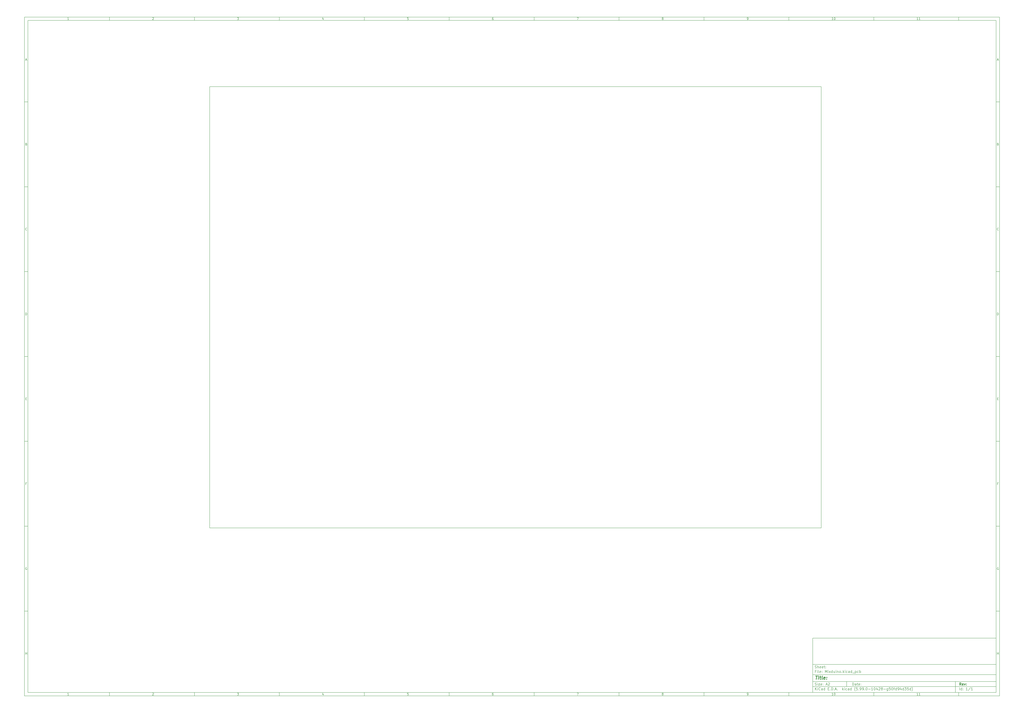
<source format=gbr>
%TF.GenerationSoftware,KiCad,Pcbnew,(5.99.0-10428-g50fd94d35d)*%
%TF.CreationDate,2021-04-27T03:38:53+02:00*%
%TF.ProjectId,Mixduino,4d697864-7569-46e6-9f2e-6b696361645f,rev?*%
%TF.SameCoordinates,Original*%
%TF.FileFunction,Profile,NP*%
%FSLAX46Y46*%
G04 Gerber Fmt 4.6, Leading zero omitted, Abs format (unit mm)*
G04 Created by KiCad (PCBNEW (5.99.0-10428-g50fd94d35d)) date 2021-04-27 03:38:53*
%MOMM*%
%LPD*%
G01*
G04 APERTURE LIST*
%ADD10C,0.100000*%
%ADD11C,0.150000*%
%ADD12C,0.300000*%
%ADD13C,0.400000*%
%TA.AperFunction,Profile*%
%ADD14C,0.150000*%
%TD*%
G04 APERTURE END LIST*
D10*
D11*
X474004400Y-375989000D02*
X474004400Y-407989000D01*
X582004400Y-407989000D01*
X582004400Y-375989000D01*
X474004400Y-375989000D01*
D10*
D11*
X10000000Y-10000000D02*
X10000000Y-409989000D01*
X584004400Y-409989000D01*
X584004400Y-10000000D01*
X10000000Y-10000000D01*
D10*
D11*
X12000000Y-12000000D02*
X12000000Y-407989000D01*
X582004400Y-407989000D01*
X582004400Y-12000000D01*
X12000000Y-12000000D01*
D10*
D11*
X60000000Y-12000000D02*
X60000000Y-10000000D01*
D10*
D11*
X110000000Y-12000000D02*
X110000000Y-10000000D01*
D10*
D11*
X160000000Y-12000000D02*
X160000000Y-10000000D01*
D10*
D11*
X210000000Y-12000000D02*
X210000000Y-10000000D01*
D10*
D11*
X260000000Y-12000000D02*
X260000000Y-10000000D01*
D10*
D11*
X310000000Y-12000000D02*
X310000000Y-10000000D01*
D10*
D11*
X360000000Y-12000000D02*
X360000000Y-10000000D01*
D10*
D11*
X410000000Y-12000000D02*
X410000000Y-10000000D01*
D10*
D11*
X460000000Y-12000000D02*
X460000000Y-10000000D01*
D10*
D11*
X510000000Y-12000000D02*
X510000000Y-10000000D01*
D10*
D11*
X560000000Y-12000000D02*
X560000000Y-10000000D01*
D10*
D11*
X36065476Y-11588095D02*
X35322619Y-11588095D01*
X35694047Y-11588095D02*
X35694047Y-10288095D01*
X35570238Y-10473809D01*
X35446428Y-10597619D01*
X35322619Y-10659523D01*
D10*
D11*
X85322619Y-10411904D02*
X85384523Y-10350000D01*
X85508333Y-10288095D01*
X85817857Y-10288095D01*
X85941666Y-10350000D01*
X86003571Y-10411904D01*
X86065476Y-10535714D01*
X86065476Y-10659523D01*
X86003571Y-10845238D01*
X85260714Y-11588095D01*
X86065476Y-11588095D01*
D10*
D11*
X135260714Y-10288095D02*
X136065476Y-10288095D01*
X135632142Y-10783333D01*
X135817857Y-10783333D01*
X135941666Y-10845238D01*
X136003571Y-10907142D01*
X136065476Y-11030952D01*
X136065476Y-11340476D01*
X136003571Y-11464285D01*
X135941666Y-11526190D01*
X135817857Y-11588095D01*
X135446428Y-11588095D01*
X135322619Y-11526190D01*
X135260714Y-11464285D01*
D10*
D11*
X185941666Y-10721428D02*
X185941666Y-11588095D01*
X185632142Y-10226190D02*
X185322619Y-11154761D01*
X186127380Y-11154761D01*
D10*
D11*
X236003571Y-10288095D02*
X235384523Y-10288095D01*
X235322619Y-10907142D01*
X235384523Y-10845238D01*
X235508333Y-10783333D01*
X235817857Y-10783333D01*
X235941666Y-10845238D01*
X236003571Y-10907142D01*
X236065476Y-11030952D01*
X236065476Y-11340476D01*
X236003571Y-11464285D01*
X235941666Y-11526190D01*
X235817857Y-11588095D01*
X235508333Y-11588095D01*
X235384523Y-11526190D01*
X235322619Y-11464285D01*
D10*
D11*
X285941666Y-10288095D02*
X285694047Y-10288095D01*
X285570238Y-10350000D01*
X285508333Y-10411904D01*
X285384523Y-10597619D01*
X285322619Y-10845238D01*
X285322619Y-11340476D01*
X285384523Y-11464285D01*
X285446428Y-11526190D01*
X285570238Y-11588095D01*
X285817857Y-11588095D01*
X285941666Y-11526190D01*
X286003571Y-11464285D01*
X286065476Y-11340476D01*
X286065476Y-11030952D01*
X286003571Y-10907142D01*
X285941666Y-10845238D01*
X285817857Y-10783333D01*
X285570238Y-10783333D01*
X285446428Y-10845238D01*
X285384523Y-10907142D01*
X285322619Y-11030952D01*
D10*
D11*
X335260714Y-10288095D02*
X336127380Y-10288095D01*
X335570238Y-11588095D01*
D10*
D11*
X385570238Y-10845238D02*
X385446428Y-10783333D01*
X385384523Y-10721428D01*
X385322619Y-10597619D01*
X385322619Y-10535714D01*
X385384523Y-10411904D01*
X385446428Y-10350000D01*
X385570238Y-10288095D01*
X385817857Y-10288095D01*
X385941666Y-10350000D01*
X386003571Y-10411904D01*
X386065476Y-10535714D01*
X386065476Y-10597619D01*
X386003571Y-10721428D01*
X385941666Y-10783333D01*
X385817857Y-10845238D01*
X385570238Y-10845238D01*
X385446428Y-10907142D01*
X385384523Y-10969047D01*
X385322619Y-11092857D01*
X385322619Y-11340476D01*
X385384523Y-11464285D01*
X385446428Y-11526190D01*
X385570238Y-11588095D01*
X385817857Y-11588095D01*
X385941666Y-11526190D01*
X386003571Y-11464285D01*
X386065476Y-11340476D01*
X386065476Y-11092857D01*
X386003571Y-10969047D01*
X385941666Y-10907142D01*
X385817857Y-10845238D01*
D10*
D11*
X435446428Y-11588095D02*
X435694047Y-11588095D01*
X435817857Y-11526190D01*
X435879761Y-11464285D01*
X436003571Y-11278571D01*
X436065476Y-11030952D01*
X436065476Y-10535714D01*
X436003571Y-10411904D01*
X435941666Y-10350000D01*
X435817857Y-10288095D01*
X435570238Y-10288095D01*
X435446428Y-10350000D01*
X435384523Y-10411904D01*
X435322619Y-10535714D01*
X435322619Y-10845238D01*
X435384523Y-10969047D01*
X435446428Y-11030952D01*
X435570238Y-11092857D01*
X435817857Y-11092857D01*
X435941666Y-11030952D01*
X436003571Y-10969047D01*
X436065476Y-10845238D01*
D10*
D11*
X486065476Y-11588095D02*
X485322619Y-11588095D01*
X485694047Y-11588095D02*
X485694047Y-10288095D01*
X485570238Y-10473809D01*
X485446428Y-10597619D01*
X485322619Y-10659523D01*
X486870238Y-10288095D02*
X486994047Y-10288095D01*
X487117857Y-10350000D01*
X487179761Y-10411904D01*
X487241666Y-10535714D01*
X487303571Y-10783333D01*
X487303571Y-11092857D01*
X487241666Y-11340476D01*
X487179761Y-11464285D01*
X487117857Y-11526190D01*
X486994047Y-11588095D01*
X486870238Y-11588095D01*
X486746428Y-11526190D01*
X486684523Y-11464285D01*
X486622619Y-11340476D01*
X486560714Y-11092857D01*
X486560714Y-10783333D01*
X486622619Y-10535714D01*
X486684523Y-10411904D01*
X486746428Y-10350000D01*
X486870238Y-10288095D01*
D10*
D11*
X536065476Y-11588095D02*
X535322619Y-11588095D01*
X535694047Y-11588095D02*
X535694047Y-10288095D01*
X535570238Y-10473809D01*
X535446428Y-10597619D01*
X535322619Y-10659523D01*
X537303571Y-11588095D02*
X536560714Y-11588095D01*
X536932142Y-11588095D02*
X536932142Y-10288095D01*
X536808333Y-10473809D01*
X536684523Y-10597619D01*
X536560714Y-10659523D01*
D10*
D11*
X60000000Y-407989000D02*
X60000000Y-409989000D01*
D10*
D11*
X110000000Y-407989000D02*
X110000000Y-409989000D01*
D10*
D11*
X160000000Y-407989000D02*
X160000000Y-409989000D01*
D10*
D11*
X210000000Y-407989000D02*
X210000000Y-409989000D01*
D10*
D11*
X260000000Y-407989000D02*
X260000000Y-409989000D01*
D10*
D11*
X310000000Y-407989000D02*
X310000000Y-409989000D01*
D10*
D11*
X360000000Y-407989000D02*
X360000000Y-409989000D01*
D10*
D11*
X410000000Y-407989000D02*
X410000000Y-409989000D01*
D10*
D11*
X460000000Y-407989000D02*
X460000000Y-409989000D01*
D10*
D11*
X510000000Y-407989000D02*
X510000000Y-409989000D01*
D10*
D11*
X560000000Y-407989000D02*
X560000000Y-409989000D01*
D10*
D11*
X36065476Y-409577095D02*
X35322619Y-409577095D01*
X35694047Y-409577095D02*
X35694047Y-408277095D01*
X35570238Y-408462809D01*
X35446428Y-408586619D01*
X35322619Y-408648523D01*
D10*
D11*
X85322619Y-408400904D02*
X85384523Y-408339000D01*
X85508333Y-408277095D01*
X85817857Y-408277095D01*
X85941666Y-408339000D01*
X86003571Y-408400904D01*
X86065476Y-408524714D01*
X86065476Y-408648523D01*
X86003571Y-408834238D01*
X85260714Y-409577095D01*
X86065476Y-409577095D01*
D10*
D11*
X135260714Y-408277095D02*
X136065476Y-408277095D01*
X135632142Y-408772333D01*
X135817857Y-408772333D01*
X135941666Y-408834238D01*
X136003571Y-408896142D01*
X136065476Y-409019952D01*
X136065476Y-409329476D01*
X136003571Y-409453285D01*
X135941666Y-409515190D01*
X135817857Y-409577095D01*
X135446428Y-409577095D01*
X135322619Y-409515190D01*
X135260714Y-409453285D01*
D10*
D11*
X185941666Y-408710428D02*
X185941666Y-409577095D01*
X185632142Y-408215190D02*
X185322619Y-409143761D01*
X186127380Y-409143761D01*
D10*
D11*
X236003571Y-408277095D02*
X235384523Y-408277095D01*
X235322619Y-408896142D01*
X235384523Y-408834238D01*
X235508333Y-408772333D01*
X235817857Y-408772333D01*
X235941666Y-408834238D01*
X236003571Y-408896142D01*
X236065476Y-409019952D01*
X236065476Y-409329476D01*
X236003571Y-409453285D01*
X235941666Y-409515190D01*
X235817857Y-409577095D01*
X235508333Y-409577095D01*
X235384523Y-409515190D01*
X235322619Y-409453285D01*
D10*
D11*
X285941666Y-408277095D02*
X285694047Y-408277095D01*
X285570238Y-408339000D01*
X285508333Y-408400904D01*
X285384523Y-408586619D01*
X285322619Y-408834238D01*
X285322619Y-409329476D01*
X285384523Y-409453285D01*
X285446428Y-409515190D01*
X285570238Y-409577095D01*
X285817857Y-409577095D01*
X285941666Y-409515190D01*
X286003571Y-409453285D01*
X286065476Y-409329476D01*
X286065476Y-409019952D01*
X286003571Y-408896142D01*
X285941666Y-408834238D01*
X285817857Y-408772333D01*
X285570238Y-408772333D01*
X285446428Y-408834238D01*
X285384523Y-408896142D01*
X285322619Y-409019952D01*
D10*
D11*
X335260714Y-408277095D02*
X336127380Y-408277095D01*
X335570238Y-409577095D01*
D10*
D11*
X385570238Y-408834238D02*
X385446428Y-408772333D01*
X385384523Y-408710428D01*
X385322619Y-408586619D01*
X385322619Y-408524714D01*
X385384523Y-408400904D01*
X385446428Y-408339000D01*
X385570238Y-408277095D01*
X385817857Y-408277095D01*
X385941666Y-408339000D01*
X386003571Y-408400904D01*
X386065476Y-408524714D01*
X386065476Y-408586619D01*
X386003571Y-408710428D01*
X385941666Y-408772333D01*
X385817857Y-408834238D01*
X385570238Y-408834238D01*
X385446428Y-408896142D01*
X385384523Y-408958047D01*
X385322619Y-409081857D01*
X385322619Y-409329476D01*
X385384523Y-409453285D01*
X385446428Y-409515190D01*
X385570238Y-409577095D01*
X385817857Y-409577095D01*
X385941666Y-409515190D01*
X386003571Y-409453285D01*
X386065476Y-409329476D01*
X386065476Y-409081857D01*
X386003571Y-408958047D01*
X385941666Y-408896142D01*
X385817857Y-408834238D01*
D10*
D11*
X435446428Y-409577095D02*
X435694047Y-409577095D01*
X435817857Y-409515190D01*
X435879761Y-409453285D01*
X436003571Y-409267571D01*
X436065476Y-409019952D01*
X436065476Y-408524714D01*
X436003571Y-408400904D01*
X435941666Y-408339000D01*
X435817857Y-408277095D01*
X435570238Y-408277095D01*
X435446428Y-408339000D01*
X435384523Y-408400904D01*
X435322619Y-408524714D01*
X435322619Y-408834238D01*
X435384523Y-408958047D01*
X435446428Y-409019952D01*
X435570238Y-409081857D01*
X435817857Y-409081857D01*
X435941666Y-409019952D01*
X436003571Y-408958047D01*
X436065476Y-408834238D01*
D10*
D11*
X486065476Y-409577095D02*
X485322619Y-409577095D01*
X485694047Y-409577095D02*
X485694047Y-408277095D01*
X485570238Y-408462809D01*
X485446428Y-408586619D01*
X485322619Y-408648523D01*
X486870238Y-408277095D02*
X486994047Y-408277095D01*
X487117857Y-408339000D01*
X487179761Y-408400904D01*
X487241666Y-408524714D01*
X487303571Y-408772333D01*
X487303571Y-409081857D01*
X487241666Y-409329476D01*
X487179761Y-409453285D01*
X487117857Y-409515190D01*
X486994047Y-409577095D01*
X486870238Y-409577095D01*
X486746428Y-409515190D01*
X486684523Y-409453285D01*
X486622619Y-409329476D01*
X486560714Y-409081857D01*
X486560714Y-408772333D01*
X486622619Y-408524714D01*
X486684523Y-408400904D01*
X486746428Y-408339000D01*
X486870238Y-408277095D01*
D10*
D11*
X536065476Y-409577095D02*
X535322619Y-409577095D01*
X535694047Y-409577095D02*
X535694047Y-408277095D01*
X535570238Y-408462809D01*
X535446428Y-408586619D01*
X535322619Y-408648523D01*
X537303571Y-409577095D02*
X536560714Y-409577095D01*
X536932142Y-409577095D02*
X536932142Y-408277095D01*
X536808333Y-408462809D01*
X536684523Y-408586619D01*
X536560714Y-408648523D01*
D10*
D11*
X10000000Y-60000000D02*
X12000000Y-60000000D01*
D10*
D11*
X10000000Y-110000000D02*
X12000000Y-110000000D01*
D10*
D11*
X10000000Y-160000000D02*
X12000000Y-160000000D01*
D10*
D11*
X10000000Y-210000000D02*
X12000000Y-210000000D01*
D10*
D11*
X10000000Y-260000000D02*
X12000000Y-260000000D01*
D10*
D11*
X10000000Y-310000000D02*
X12000000Y-310000000D01*
D10*
D11*
X10000000Y-360000000D02*
X12000000Y-360000000D01*
D10*
D11*
X10690476Y-35216666D02*
X11309523Y-35216666D01*
X10566666Y-35588095D02*
X11000000Y-34288095D01*
X11433333Y-35588095D01*
D10*
D11*
X11092857Y-84907142D02*
X11278571Y-84969047D01*
X11340476Y-85030952D01*
X11402380Y-85154761D01*
X11402380Y-85340476D01*
X11340476Y-85464285D01*
X11278571Y-85526190D01*
X11154761Y-85588095D01*
X10659523Y-85588095D01*
X10659523Y-84288095D01*
X11092857Y-84288095D01*
X11216666Y-84350000D01*
X11278571Y-84411904D01*
X11340476Y-84535714D01*
X11340476Y-84659523D01*
X11278571Y-84783333D01*
X11216666Y-84845238D01*
X11092857Y-84907142D01*
X10659523Y-84907142D01*
D10*
D11*
X11402380Y-135464285D02*
X11340476Y-135526190D01*
X11154761Y-135588095D01*
X11030952Y-135588095D01*
X10845238Y-135526190D01*
X10721428Y-135402380D01*
X10659523Y-135278571D01*
X10597619Y-135030952D01*
X10597619Y-134845238D01*
X10659523Y-134597619D01*
X10721428Y-134473809D01*
X10845238Y-134350000D01*
X11030952Y-134288095D01*
X11154761Y-134288095D01*
X11340476Y-134350000D01*
X11402380Y-134411904D01*
D10*
D11*
X10659523Y-185588095D02*
X10659523Y-184288095D01*
X10969047Y-184288095D01*
X11154761Y-184350000D01*
X11278571Y-184473809D01*
X11340476Y-184597619D01*
X11402380Y-184845238D01*
X11402380Y-185030952D01*
X11340476Y-185278571D01*
X11278571Y-185402380D01*
X11154761Y-185526190D01*
X10969047Y-185588095D01*
X10659523Y-185588095D01*
D10*
D11*
X10721428Y-234907142D02*
X11154761Y-234907142D01*
X11340476Y-235588095D02*
X10721428Y-235588095D01*
X10721428Y-234288095D01*
X11340476Y-234288095D01*
D10*
D11*
X11185714Y-284907142D02*
X10752380Y-284907142D01*
X10752380Y-285588095D02*
X10752380Y-284288095D01*
X11371428Y-284288095D01*
D10*
D11*
X11340476Y-334350000D02*
X11216666Y-334288095D01*
X11030952Y-334288095D01*
X10845238Y-334350000D01*
X10721428Y-334473809D01*
X10659523Y-334597619D01*
X10597619Y-334845238D01*
X10597619Y-335030952D01*
X10659523Y-335278571D01*
X10721428Y-335402380D01*
X10845238Y-335526190D01*
X11030952Y-335588095D01*
X11154761Y-335588095D01*
X11340476Y-335526190D01*
X11402380Y-335464285D01*
X11402380Y-335030952D01*
X11154761Y-335030952D01*
D10*
D11*
X10628571Y-385588095D02*
X10628571Y-384288095D01*
X10628571Y-384907142D02*
X11371428Y-384907142D01*
X11371428Y-385588095D02*
X11371428Y-384288095D01*
D10*
D11*
X584004400Y-60000000D02*
X582004400Y-60000000D01*
D10*
D11*
X584004400Y-110000000D02*
X582004400Y-110000000D01*
D10*
D11*
X584004400Y-160000000D02*
X582004400Y-160000000D01*
D10*
D11*
X584004400Y-210000000D02*
X582004400Y-210000000D01*
D10*
D11*
X584004400Y-260000000D02*
X582004400Y-260000000D01*
D10*
D11*
X584004400Y-310000000D02*
X582004400Y-310000000D01*
D10*
D11*
X584004400Y-360000000D02*
X582004400Y-360000000D01*
D10*
D11*
X582694876Y-35216666D02*
X583313923Y-35216666D01*
X582571066Y-35588095D02*
X583004400Y-34288095D01*
X583437733Y-35588095D01*
D10*
D11*
X583097257Y-84907142D02*
X583282971Y-84969047D01*
X583344876Y-85030952D01*
X583406780Y-85154761D01*
X583406780Y-85340476D01*
X583344876Y-85464285D01*
X583282971Y-85526190D01*
X583159161Y-85588095D01*
X582663923Y-85588095D01*
X582663923Y-84288095D01*
X583097257Y-84288095D01*
X583221066Y-84350000D01*
X583282971Y-84411904D01*
X583344876Y-84535714D01*
X583344876Y-84659523D01*
X583282971Y-84783333D01*
X583221066Y-84845238D01*
X583097257Y-84907142D01*
X582663923Y-84907142D01*
D10*
D11*
X583406780Y-135464285D02*
X583344876Y-135526190D01*
X583159161Y-135588095D01*
X583035352Y-135588095D01*
X582849638Y-135526190D01*
X582725828Y-135402380D01*
X582663923Y-135278571D01*
X582602019Y-135030952D01*
X582602019Y-134845238D01*
X582663923Y-134597619D01*
X582725828Y-134473809D01*
X582849638Y-134350000D01*
X583035352Y-134288095D01*
X583159161Y-134288095D01*
X583344876Y-134350000D01*
X583406780Y-134411904D01*
D10*
D11*
X582663923Y-185588095D02*
X582663923Y-184288095D01*
X582973447Y-184288095D01*
X583159161Y-184350000D01*
X583282971Y-184473809D01*
X583344876Y-184597619D01*
X583406780Y-184845238D01*
X583406780Y-185030952D01*
X583344876Y-185278571D01*
X583282971Y-185402380D01*
X583159161Y-185526190D01*
X582973447Y-185588095D01*
X582663923Y-185588095D01*
D10*
D11*
X582725828Y-234907142D02*
X583159161Y-234907142D01*
X583344876Y-235588095D02*
X582725828Y-235588095D01*
X582725828Y-234288095D01*
X583344876Y-234288095D01*
D10*
D11*
X583190114Y-284907142D02*
X582756780Y-284907142D01*
X582756780Y-285588095D02*
X582756780Y-284288095D01*
X583375828Y-284288095D01*
D10*
D11*
X583344876Y-334350000D02*
X583221066Y-334288095D01*
X583035352Y-334288095D01*
X582849638Y-334350000D01*
X582725828Y-334473809D01*
X582663923Y-334597619D01*
X582602019Y-334845238D01*
X582602019Y-335030952D01*
X582663923Y-335278571D01*
X582725828Y-335402380D01*
X582849638Y-335526190D01*
X583035352Y-335588095D01*
X583159161Y-335588095D01*
X583344876Y-335526190D01*
X583406780Y-335464285D01*
X583406780Y-335030952D01*
X583159161Y-335030952D01*
D10*
D11*
X582632971Y-385588095D02*
X582632971Y-384288095D01*
X582632971Y-384907142D02*
X583375828Y-384907142D01*
X583375828Y-385588095D02*
X583375828Y-384288095D01*
D10*
D11*
X497436542Y-403767571D02*
X497436542Y-402267571D01*
X497793685Y-402267571D01*
X498007971Y-402339000D01*
X498150828Y-402481857D01*
X498222257Y-402624714D01*
X498293685Y-402910428D01*
X498293685Y-403124714D01*
X498222257Y-403410428D01*
X498150828Y-403553285D01*
X498007971Y-403696142D01*
X497793685Y-403767571D01*
X497436542Y-403767571D01*
X499579400Y-403767571D02*
X499579400Y-402981857D01*
X499507971Y-402839000D01*
X499365114Y-402767571D01*
X499079400Y-402767571D01*
X498936542Y-402839000D01*
X499579400Y-403696142D02*
X499436542Y-403767571D01*
X499079400Y-403767571D01*
X498936542Y-403696142D01*
X498865114Y-403553285D01*
X498865114Y-403410428D01*
X498936542Y-403267571D01*
X499079400Y-403196142D01*
X499436542Y-403196142D01*
X499579400Y-403124714D01*
X500079400Y-402767571D02*
X500650828Y-402767571D01*
X500293685Y-402267571D02*
X500293685Y-403553285D01*
X500365114Y-403696142D01*
X500507971Y-403767571D01*
X500650828Y-403767571D01*
X501722257Y-403696142D02*
X501579400Y-403767571D01*
X501293685Y-403767571D01*
X501150828Y-403696142D01*
X501079400Y-403553285D01*
X501079400Y-402981857D01*
X501150828Y-402839000D01*
X501293685Y-402767571D01*
X501579400Y-402767571D01*
X501722257Y-402839000D01*
X501793685Y-402981857D01*
X501793685Y-403124714D01*
X501079400Y-403267571D01*
X502436542Y-403624714D02*
X502507971Y-403696142D01*
X502436542Y-403767571D01*
X502365114Y-403696142D01*
X502436542Y-403624714D01*
X502436542Y-403767571D01*
X502436542Y-402839000D02*
X502507971Y-402910428D01*
X502436542Y-402981857D01*
X502365114Y-402910428D01*
X502436542Y-402839000D01*
X502436542Y-402981857D01*
D10*
D11*
X474004400Y-404489000D02*
X582004400Y-404489000D01*
D10*
D11*
X475436542Y-406567571D02*
X475436542Y-405067571D01*
X476293685Y-406567571D02*
X475650828Y-405710428D01*
X476293685Y-405067571D02*
X475436542Y-405924714D01*
X476936542Y-406567571D02*
X476936542Y-405567571D01*
X476936542Y-405067571D02*
X476865114Y-405139000D01*
X476936542Y-405210428D01*
X477007971Y-405139000D01*
X476936542Y-405067571D01*
X476936542Y-405210428D01*
X478507971Y-406424714D02*
X478436542Y-406496142D01*
X478222257Y-406567571D01*
X478079400Y-406567571D01*
X477865114Y-406496142D01*
X477722257Y-406353285D01*
X477650828Y-406210428D01*
X477579400Y-405924714D01*
X477579400Y-405710428D01*
X477650828Y-405424714D01*
X477722257Y-405281857D01*
X477865114Y-405139000D01*
X478079400Y-405067571D01*
X478222257Y-405067571D01*
X478436542Y-405139000D01*
X478507971Y-405210428D01*
X479793685Y-406567571D02*
X479793685Y-405781857D01*
X479722257Y-405639000D01*
X479579400Y-405567571D01*
X479293685Y-405567571D01*
X479150828Y-405639000D01*
X479793685Y-406496142D02*
X479650828Y-406567571D01*
X479293685Y-406567571D01*
X479150828Y-406496142D01*
X479079400Y-406353285D01*
X479079400Y-406210428D01*
X479150828Y-406067571D01*
X479293685Y-405996142D01*
X479650828Y-405996142D01*
X479793685Y-405924714D01*
X481150828Y-406567571D02*
X481150828Y-405067571D01*
X481150828Y-406496142D02*
X481007971Y-406567571D01*
X480722257Y-406567571D01*
X480579400Y-406496142D01*
X480507971Y-406424714D01*
X480436542Y-406281857D01*
X480436542Y-405853285D01*
X480507971Y-405710428D01*
X480579400Y-405639000D01*
X480722257Y-405567571D01*
X481007971Y-405567571D01*
X481150828Y-405639000D01*
X483007971Y-405781857D02*
X483507971Y-405781857D01*
X483722257Y-406567571D02*
X483007971Y-406567571D01*
X483007971Y-405067571D01*
X483722257Y-405067571D01*
X484365114Y-406424714D02*
X484436542Y-406496142D01*
X484365114Y-406567571D01*
X484293685Y-406496142D01*
X484365114Y-406424714D01*
X484365114Y-406567571D01*
X485079400Y-406567571D02*
X485079400Y-405067571D01*
X485436542Y-405067571D01*
X485650828Y-405139000D01*
X485793685Y-405281857D01*
X485865114Y-405424714D01*
X485936542Y-405710428D01*
X485936542Y-405924714D01*
X485865114Y-406210428D01*
X485793685Y-406353285D01*
X485650828Y-406496142D01*
X485436542Y-406567571D01*
X485079400Y-406567571D01*
X486579400Y-406424714D02*
X486650828Y-406496142D01*
X486579400Y-406567571D01*
X486507971Y-406496142D01*
X486579400Y-406424714D01*
X486579400Y-406567571D01*
X487222257Y-406139000D02*
X487936542Y-406139000D01*
X487079400Y-406567571D02*
X487579400Y-405067571D01*
X488079400Y-406567571D01*
X488579400Y-406424714D02*
X488650828Y-406496142D01*
X488579400Y-406567571D01*
X488507971Y-406496142D01*
X488579400Y-406424714D01*
X488579400Y-406567571D01*
X491579400Y-406567571D02*
X491579400Y-405067571D01*
X491722257Y-405996142D02*
X492150828Y-406567571D01*
X492150828Y-405567571D02*
X491579400Y-406139000D01*
X492793685Y-406567571D02*
X492793685Y-405567571D01*
X492793685Y-405067571D02*
X492722257Y-405139000D01*
X492793685Y-405210428D01*
X492865114Y-405139000D01*
X492793685Y-405067571D01*
X492793685Y-405210428D01*
X494150828Y-406496142D02*
X494007971Y-406567571D01*
X493722257Y-406567571D01*
X493579400Y-406496142D01*
X493507971Y-406424714D01*
X493436542Y-406281857D01*
X493436542Y-405853285D01*
X493507971Y-405710428D01*
X493579400Y-405639000D01*
X493722257Y-405567571D01*
X494007971Y-405567571D01*
X494150828Y-405639000D01*
X495436542Y-406567571D02*
X495436542Y-405781857D01*
X495365114Y-405639000D01*
X495222257Y-405567571D01*
X494936542Y-405567571D01*
X494793685Y-405639000D01*
X495436542Y-406496142D02*
X495293685Y-406567571D01*
X494936542Y-406567571D01*
X494793685Y-406496142D01*
X494722257Y-406353285D01*
X494722257Y-406210428D01*
X494793685Y-406067571D01*
X494936542Y-405996142D01*
X495293685Y-405996142D01*
X495436542Y-405924714D01*
X496793685Y-406567571D02*
X496793685Y-405067571D01*
X496793685Y-406496142D02*
X496650828Y-406567571D01*
X496365114Y-406567571D01*
X496222257Y-406496142D01*
X496150828Y-406424714D01*
X496079400Y-406281857D01*
X496079400Y-405853285D01*
X496150828Y-405710428D01*
X496222257Y-405639000D01*
X496365114Y-405567571D01*
X496650828Y-405567571D01*
X496793685Y-405639000D01*
X499079400Y-407139000D02*
X499007971Y-407067571D01*
X498865114Y-406853285D01*
X498793685Y-406710428D01*
X498722257Y-406496142D01*
X498650828Y-406139000D01*
X498650828Y-405853285D01*
X498722257Y-405496142D01*
X498793685Y-405281857D01*
X498865114Y-405139000D01*
X499007971Y-404924714D01*
X499079400Y-404853285D01*
X500365114Y-405067571D02*
X499650828Y-405067571D01*
X499579400Y-405781857D01*
X499650828Y-405710428D01*
X499793685Y-405639000D01*
X500150828Y-405639000D01*
X500293685Y-405710428D01*
X500365114Y-405781857D01*
X500436542Y-405924714D01*
X500436542Y-406281857D01*
X500365114Y-406424714D01*
X500293685Y-406496142D01*
X500150828Y-406567571D01*
X499793685Y-406567571D01*
X499650828Y-406496142D01*
X499579400Y-406424714D01*
X501079400Y-406424714D02*
X501150828Y-406496142D01*
X501079400Y-406567571D01*
X501007971Y-406496142D01*
X501079400Y-406424714D01*
X501079400Y-406567571D01*
X501865114Y-406567571D02*
X502150828Y-406567571D01*
X502293685Y-406496142D01*
X502365114Y-406424714D01*
X502507971Y-406210428D01*
X502579400Y-405924714D01*
X502579400Y-405353285D01*
X502507971Y-405210428D01*
X502436542Y-405139000D01*
X502293685Y-405067571D01*
X502007971Y-405067571D01*
X501865114Y-405139000D01*
X501793685Y-405210428D01*
X501722257Y-405353285D01*
X501722257Y-405710428D01*
X501793685Y-405853285D01*
X501865114Y-405924714D01*
X502007971Y-405996142D01*
X502293685Y-405996142D01*
X502436542Y-405924714D01*
X502507971Y-405853285D01*
X502579400Y-405710428D01*
X503293685Y-406567571D02*
X503579400Y-406567571D01*
X503722257Y-406496142D01*
X503793685Y-406424714D01*
X503936542Y-406210428D01*
X504007971Y-405924714D01*
X504007971Y-405353285D01*
X503936542Y-405210428D01*
X503865114Y-405139000D01*
X503722257Y-405067571D01*
X503436542Y-405067571D01*
X503293685Y-405139000D01*
X503222257Y-405210428D01*
X503150828Y-405353285D01*
X503150828Y-405710428D01*
X503222257Y-405853285D01*
X503293685Y-405924714D01*
X503436542Y-405996142D01*
X503722257Y-405996142D01*
X503865114Y-405924714D01*
X503936542Y-405853285D01*
X504007971Y-405710428D01*
X504650828Y-406424714D02*
X504722257Y-406496142D01*
X504650828Y-406567571D01*
X504579400Y-406496142D01*
X504650828Y-406424714D01*
X504650828Y-406567571D01*
X505650828Y-405067571D02*
X505793685Y-405067571D01*
X505936542Y-405139000D01*
X506007971Y-405210428D01*
X506079400Y-405353285D01*
X506150828Y-405639000D01*
X506150828Y-405996142D01*
X506079400Y-406281857D01*
X506007971Y-406424714D01*
X505936542Y-406496142D01*
X505793685Y-406567571D01*
X505650828Y-406567571D01*
X505507971Y-406496142D01*
X505436542Y-406424714D01*
X505365114Y-406281857D01*
X505293685Y-405996142D01*
X505293685Y-405639000D01*
X505365114Y-405353285D01*
X505436542Y-405210428D01*
X505507971Y-405139000D01*
X505650828Y-405067571D01*
X506793685Y-405996142D02*
X507936542Y-405996142D01*
X509436542Y-406567571D02*
X508579400Y-406567571D01*
X509007971Y-406567571D02*
X509007971Y-405067571D01*
X508865114Y-405281857D01*
X508722257Y-405424714D01*
X508579400Y-405496142D01*
X510365114Y-405067571D02*
X510507971Y-405067571D01*
X510650828Y-405139000D01*
X510722257Y-405210428D01*
X510793685Y-405353285D01*
X510865114Y-405639000D01*
X510865114Y-405996142D01*
X510793685Y-406281857D01*
X510722257Y-406424714D01*
X510650828Y-406496142D01*
X510507971Y-406567571D01*
X510365114Y-406567571D01*
X510222257Y-406496142D01*
X510150828Y-406424714D01*
X510079400Y-406281857D01*
X510007971Y-405996142D01*
X510007971Y-405639000D01*
X510079400Y-405353285D01*
X510150828Y-405210428D01*
X510222257Y-405139000D01*
X510365114Y-405067571D01*
X512150828Y-405567571D02*
X512150828Y-406567571D01*
X511793685Y-404996142D02*
X511436542Y-406067571D01*
X512365114Y-406067571D01*
X512865114Y-405210428D02*
X512936542Y-405139000D01*
X513079400Y-405067571D01*
X513436542Y-405067571D01*
X513579400Y-405139000D01*
X513650828Y-405210428D01*
X513722257Y-405353285D01*
X513722257Y-405496142D01*
X513650828Y-405710428D01*
X512793685Y-406567571D01*
X513722257Y-406567571D01*
X514579400Y-405710428D02*
X514436542Y-405639000D01*
X514365114Y-405567571D01*
X514293685Y-405424714D01*
X514293685Y-405353285D01*
X514365114Y-405210428D01*
X514436542Y-405139000D01*
X514579400Y-405067571D01*
X514865114Y-405067571D01*
X515007971Y-405139000D01*
X515079400Y-405210428D01*
X515150828Y-405353285D01*
X515150828Y-405424714D01*
X515079400Y-405567571D01*
X515007971Y-405639000D01*
X514865114Y-405710428D01*
X514579400Y-405710428D01*
X514436542Y-405781857D01*
X514365114Y-405853285D01*
X514293685Y-405996142D01*
X514293685Y-406281857D01*
X514365114Y-406424714D01*
X514436542Y-406496142D01*
X514579400Y-406567571D01*
X514865114Y-406567571D01*
X515007971Y-406496142D01*
X515079400Y-406424714D01*
X515150828Y-406281857D01*
X515150828Y-405996142D01*
X515079400Y-405853285D01*
X515007971Y-405781857D01*
X514865114Y-405710428D01*
X515793685Y-405996142D02*
X516936542Y-405996142D01*
X518293685Y-405567571D02*
X518293685Y-406781857D01*
X518222257Y-406924714D01*
X518150828Y-406996142D01*
X518007971Y-407067571D01*
X517793685Y-407067571D01*
X517650828Y-406996142D01*
X518293685Y-406496142D02*
X518150828Y-406567571D01*
X517865114Y-406567571D01*
X517722257Y-406496142D01*
X517650828Y-406424714D01*
X517579400Y-406281857D01*
X517579400Y-405853285D01*
X517650828Y-405710428D01*
X517722257Y-405639000D01*
X517865114Y-405567571D01*
X518150828Y-405567571D01*
X518293685Y-405639000D01*
X519722257Y-405067571D02*
X519007971Y-405067571D01*
X518936542Y-405781857D01*
X519007971Y-405710428D01*
X519150828Y-405639000D01*
X519507971Y-405639000D01*
X519650828Y-405710428D01*
X519722257Y-405781857D01*
X519793685Y-405924714D01*
X519793685Y-406281857D01*
X519722257Y-406424714D01*
X519650828Y-406496142D01*
X519507971Y-406567571D01*
X519150828Y-406567571D01*
X519007971Y-406496142D01*
X518936542Y-406424714D01*
X520722257Y-405067571D02*
X520865114Y-405067571D01*
X521007971Y-405139000D01*
X521079400Y-405210428D01*
X521150828Y-405353285D01*
X521222257Y-405639000D01*
X521222257Y-405996142D01*
X521150828Y-406281857D01*
X521079400Y-406424714D01*
X521007971Y-406496142D01*
X520865114Y-406567571D01*
X520722257Y-406567571D01*
X520579400Y-406496142D01*
X520507971Y-406424714D01*
X520436542Y-406281857D01*
X520365114Y-405996142D01*
X520365114Y-405639000D01*
X520436542Y-405353285D01*
X520507971Y-405210428D01*
X520579400Y-405139000D01*
X520722257Y-405067571D01*
X521650828Y-405567571D02*
X522222257Y-405567571D01*
X521865114Y-406567571D02*
X521865114Y-405281857D01*
X521936542Y-405139000D01*
X522079400Y-405067571D01*
X522222257Y-405067571D01*
X523365114Y-406567571D02*
X523365114Y-405067571D01*
X523365114Y-406496142D02*
X523222257Y-406567571D01*
X522936542Y-406567571D01*
X522793685Y-406496142D01*
X522722257Y-406424714D01*
X522650828Y-406281857D01*
X522650828Y-405853285D01*
X522722257Y-405710428D01*
X522793685Y-405639000D01*
X522936542Y-405567571D01*
X523222257Y-405567571D01*
X523365114Y-405639000D01*
X524150828Y-406567571D02*
X524436542Y-406567571D01*
X524579400Y-406496142D01*
X524650828Y-406424714D01*
X524793685Y-406210428D01*
X524865114Y-405924714D01*
X524865114Y-405353285D01*
X524793685Y-405210428D01*
X524722257Y-405139000D01*
X524579400Y-405067571D01*
X524293685Y-405067571D01*
X524150828Y-405139000D01*
X524079400Y-405210428D01*
X524007971Y-405353285D01*
X524007971Y-405710428D01*
X524079400Y-405853285D01*
X524150828Y-405924714D01*
X524293685Y-405996142D01*
X524579400Y-405996142D01*
X524722257Y-405924714D01*
X524793685Y-405853285D01*
X524865114Y-405710428D01*
X526150828Y-405567571D02*
X526150828Y-406567571D01*
X525793685Y-404996142D02*
X525436542Y-406067571D01*
X526365114Y-406067571D01*
X527579400Y-406567571D02*
X527579400Y-405067571D01*
X527579400Y-406496142D02*
X527436542Y-406567571D01*
X527150828Y-406567571D01*
X527007971Y-406496142D01*
X526936542Y-406424714D01*
X526865114Y-406281857D01*
X526865114Y-405853285D01*
X526936542Y-405710428D01*
X527007971Y-405639000D01*
X527150828Y-405567571D01*
X527436542Y-405567571D01*
X527579400Y-405639000D01*
X528150828Y-405067571D02*
X529079400Y-405067571D01*
X528579400Y-405639000D01*
X528793685Y-405639000D01*
X528936542Y-405710428D01*
X529007971Y-405781857D01*
X529079400Y-405924714D01*
X529079400Y-406281857D01*
X529007971Y-406424714D01*
X528936542Y-406496142D01*
X528793685Y-406567571D01*
X528365114Y-406567571D01*
X528222257Y-406496142D01*
X528150828Y-406424714D01*
X530436542Y-405067571D02*
X529722257Y-405067571D01*
X529650828Y-405781857D01*
X529722257Y-405710428D01*
X529865114Y-405639000D01*
X530222257Y-405639000D01*
X530365114Y-405710428D01*
X530436542Y-405781857D01*
X530507971Y-405924714D01*
X530507971Y-406281857D01*
X530436542Y-406424714D01*
X530365114Y-406496142D01*
X530222257Y-406567571D01*
X529865114Y-406567571D01*
X529722257Y-406496142D01*
X529650828Y-406424714D01*
X531793685Y-406567571D02*
X531793685Y-405067571D01*
X531793685Y-406496142D02*
X531650828Y-406567571D01*
X531365114Y-406567571D01*
X531222257Y-406496142D01*
X531150828Y-406424714D01*
X531079400Y-406281857D01*
X531079400Y-405853285D01*
X531150828Y-405710428D01*
X531222257Y-405639000D01*
X531365114Y-405567571D01*
X531650828Y-405567571D01*
X531793685Y-405639000D01*
X532365114Y-407139000D02*
X532436542Y-407067571D01*
X532579400Y-406853285D01*
X532650828Y-406710428D01*
X532722257Y-406496142D01*
X532793685Y-406139000D01*
X532793685Y-405853285D01*
X532722257Y-405496142D01*
X532650828Y-405281857D01*
X532579400Y-405139000D01*
X532436542Y-404924714D01*
X532365114Y-404853285D01*
D10*
D11*
X474004400Y-401489000D02*
X582004400Y-401489000D01*
D10*
D12*
X561413685Y-403767571D02*
X560913685Y-403053285D01*
X560556542Y-403767571D02*
X560556542Y-402267571D01*
X561127971Y-402267571D01*
X561270828Y-402339000D01*
X561342257Y-402410428D01*
X561413685Y-402553285D01*
X561413685Y-402767571D01*
X561342257Y-402910428D01*
X561270828Y-402981857D01*
X561127971Y-403053285D01*
X560556542Y-403053285D01*
X562627971Y-403696142D02*
X562485114Y-403767571D01*
X562199400Y-403767571D01*
X562056542Y-403696142D01*
X561985114Y-403553285D01*
X561985114Y-402981857D01*
X562056542Y-402839000D01*
X562199400Y-402767571D01*
X562485114Y-402767571D01*
X562627971Y-402839000D01*
X562699400Y-402981857D01*
X562699400Y-403124714D01*
X561985114Y-403267571D01*
X563199400Y-402767571D02*
X563556542Y-403767571D01*
X563913685Y-402767571D01*
X564485114Y-403624714D02*
X564556542Y-403696142D01*
X564485114Y-403767571D01*
X564413685Y-403696142D01*
X564485114Y-403624714D01*
X564485114Y-403767571D01*
X564485114Y-402839000D02*
X564556542Y-402910428D01*
X564485114Y-402981857D01*
X564413685Y-402910428D01*
X564485114Y-402839000D01*
X564485114Y-402981857D01*
D10*
D11*
X475365114Y-403696142D02*
X475579400Y-403767571D01*
X475936542Y-403767571D01*
X476079400Y-403696142D01*
X476150828Y-403624714D01*
X476222257Y-403481857D01*
X476222257Y-403339000D01*
X476150828Y-403196142D01*
X476079400Y-403124714D01*
X475936542Y-403053285D01*
X475650828Y-402981857D01*
X475507971Y-402910428D01*
X475436542Y-402839000D01*
X475365114Y-402696142D01*
X475365114Y-402553285D01*
X475436542Y-402410428D01*
X475507971Y-402339000D01*
X475650828Y-402267571D01*
X476007971Y-402267571D01*
X476222257Y-402339000D01*
X476865114Y-403767571D02*
X476865114Y-402767571D01*
X476865114Y-402267571D02*
X476793685Y-402339000D01*
X476865114Y-402410428D01*
X476936542Y-402339000D01*
X476865114Y-402267571D01*
X476865114Y-402410428D01*
X477436542Y-402767571D02*
X478222257Y-402767571D01*
X477436542Y-403767571D01*
X478222257Y-403767571D01*
X479365114Y-403696142D02*
X479222257Y-403767571D01*
X478936542Y-403767571D01*
X478793685Y-403696142D01*
X478722257Y-403553285D01*
X478722257Y-402981857D01*
X478793685Y-402839000D01*
X478936542Y-402767571D01*
X479222257Y-402767571D01*
X479365114Y-402839000D01*
X479436542Y-402981857D01*
X479436542Y-403124714D01*
X478722257Y-403267571D01*
X480079400Y-403624714D02*
X480150828Y-403696142D01*
X480079400Y-403767571D01*
X480007971Y-403696142D01*
X480079400Y-403624714D01*
X480079400Y-403767571D01*
X480079400Y-402839000D02*
X480150828Y-402910428D01*
X480079400Y-402981857D01*
X480007971Y-402910428D01*
X480079400Y-402839000D01*
X480079400Y-402981857D01*
X481865114Y-403339000D02*
X482579400Y-403339000D01*
X481722257Y-403767571D02*
X482222257Y-402267571D01*
X482722257Y-403767571D01*
X483150828Y-402410428D02*
X483222257Y-402339000D01*
X483365114Y-402267571D01*
X483722257Y-402267571D01*
X483865114Y-402339000D01*
X483936542Y-402410428D01*
X484007971Y-402553285D01*
X484007971Y-402696142D01*
X483936542Y-402910428D01*
X483079400Y-403767571D01*
X484007971Y-403767571D01*
D10*
D11*
X560436542Y-406567571D02*
X560436542Y-405067571D01*
X561793685Y-406567571D02*
X561793685Y-405067571D01*
X561793685Y-406496142D02*
X561650828Y-406567571D01*
X561365114Y-406567571D01*
X561222257Y-406496142D01*
X561150828Y-406424714D01*
X561079400Y-406281857D01*
X561079400Y-405853285D01*
X561150828Y-405710428D01*
X561222257Y-405639000D01*
X561365114Y-405567571D01*
X561650828Y-405567571D01*
X561793685Y-405639000D01*
X562507971Y-406424714D02*
X562579400Y-406496142D01*
X562507971Y-406567571D01*
X562436542Y-406496142D01*
X562507971Y-406424714D01*
X562507971Y-406567571D01*
X562507971Y-405639000D02*
X562579400Y-405710428D01*
X562507971Y-405781857D01*
X562436542Y-405710428D01*
X562507971Y-405639000D01*
X562507971Y-405781857D01*
X565150828Y-406567571D02*
X564293685Y-406567571D01*
X564722257Y-406567571D02*
X564722257Y-405067571D01*
X564579400Y-405281857D01*
X564436542Y-405424714D01*
X564293685Y-405496142D01*
X566865114Y-404996142D02*
X565579400Y-406924714D01*
X568150828Y-406567571D02*
X567293685Y-406567571D01*
X567722257Y-406567571D02*
X567722257Y-405067571D01*
X567579400Y-405281857D01*
X567436542Y-405424714D01*
X567293685Y-405496142D01*
D10*
D11*
X474004400Y-397489000D02*
X582004400Y-397489000D01*
D10*
D13*
X475716780Y-398193761D02*
X476859638Y-398193761D01*
X476038209Y-400193761D02*
X476288209Y-398193761D01*
X477276304Y-400193761D02*
X477442971Y-398860428D01*
X477526304Y-398193761D02*
X477419161Y-398289000D01*
X477502495Y-398384238D01*
X477609638Y-398289000D01*
X477526304Y-398193761D01*
X477502495Y-398384238D01*
X478109638Y-398860428D02*
X478871542Y-398860428D01*
X478478685Y-398193761D02*
X478264400Y-399908047D01*
X478335828Y-400098523D01*
X478514400Y-400193761D01*
X478704876Y-400193761D01*
X479657257Y-400193761D02*
X479478685Y-400098523D01*
X479407257Y-399908047D01*
X479621542Y-398193761D01*
X481192971Y-400098523D02*
X480990590Y-400193761D01*
X480609638Y-400193761D01*
X480431066Y-400098523D01*
X480359638Y-399908047D01*
X480454876Y-399146142D01*
X480573923Y-398955666D01*
X480776304Y-398860428D01*
X481157257Y-398860428D01*
X481335828Y-398955666D01*
X481407257Y-399146142D01*
X481383447Y-399336619D01*
X480407257Y-399527095D01*
X482157257Y-400003285D02*
X482240590Y-400098523D01*
X482133447Y-400193761D01*
X482050114Y-400098523D01*
X482157257Y-400003285D01*
X482133447Y-400193761D01*
X482288209Y-398955666D02*
X482371542Y-399050904D01*
X482264400Y-399146142D01*
X482181066Y-399050904D01*
X482288209Y-398955666D01*
X482264400Y-399146142D01*
D10*
D11*
X475936542Y-395581857D02*
X475436542Y-395581857D01*
X475436542Y-396367571D02*
X475436542Y-394867571D01*
X476150828Y-394867571D01*
X476722257Y-396367571D02*
X476722257Y-395367571D01*
X476722257Y-394867571D02*
X476650828Y-394939000D01*
X476722257Y-395010428D01*
X476793685Y-394939000D01*
X476722257Y-394867571D01*
X476722257Y-395010428D01*
X477650828Y-396367571D02*
X477507971Y-396296142D01*
X477436542Y-396153285D01*
X477436542Y-394867571D01*
X478793685Y-396296142D02*
X478650828Y-396367571D01*
X478365114Y-396367571D01*
X478222257Y-396296142D01*
X478150828Y-396153285D01*
X478150828Y-395581857D01*
X478222257Y-395439000D01*
X478365114Y-395367571D01*
X478650828Y-395367571D01*
X478793685Y-395439000D01*
X478865114Y-395581857D01*
X478865114Y-395724714D01*
X478150828Y-395867571D01*
X479507971Y-396224714D02*
X479579400Y-396296142D01*
X479507971Y-396367571D01*
X479436542Y-396296142D01*
X479507971Y-396224714D01*
X479507971Y-396367571D01*
X479507971Y-395439000D02*
X479579400Y-395510428D01*
X479507971Y-395581857D01*
X479436542Y-395510428D01*
X479507971Y-395439000D01*
X479507971Y-395581857D01*
X481365114Y-396367571D02*
X481365114Y-394867571D01*
X481865114Y-395939000D01*
X482365114Y-394867571D01*
X482365114Y-396367571D01*
X483079400Y-396367571D02*
X483079400Y-395367571D01*
X483079400Y-394867571D02*
X483007971Y-394939000D01*
X483079400Y-395010428D01*
X483150828Y-394939000D01*
X483079400Y-394867571D01*
X483079400Y-395010428D01*
X483650828Y-396367571D02*
X484436542Y-395367571D01*
X483650828Y-395367571D02*
X484436542Y-396367571D01*
X485650828Y-396367571D02*
X485650828Y-394867571D01*
X485650828Y-396296142D02*
X485507971Y-396367571D01*
X485222257Y-396367571D01*
X485079400Y-396296142D01*
X485007971Y-396224714D01*
X484936542Y-396081857D01*
X484936542Y-395653285D01*
X485007971Y-395510428D01*
X485079400Y-395439000D01*
X485222257Y-395367571D01*
X485507971Y-395367571D01*
X485650828Y-395439000D01*
X487007971Y-395367571D02*
X487007971Y-396367571D01*
X486365114Y-395367571D02*
X486365114Y-396153285D01*
X486436542Y-396296142D01*
X486579400Y-396367571D01*
X486793685Y-396367571D01*
X486936542Y-396296142D01*
X487007971Y-396224714D01*
X487722257Y-396367571D02*
X487722257Y-395367571D01*
X487722257Y-394867571D02*
X487650828Y-394939000D01*
X487722257Y-395010428D01*
X487793685Y-394939000D01*
X487722257Y-394867571D01*
X487722257Y-395010428D01*
X488436542Y-395367571D02*
X488436542Y-396367571D01*
X488436542Y-395510428D02*
X488507971Y-395439000D01*
X488650828Y-395367571D01*
X488865114Y-395367571D01*
X489007971Y-395439000D01*
X489079400Y-395581857D01*
X489079400Y-396367571D01*
X490007971Y-396367571D02*
X489865114Y-396296142D01*
X489793685Y-396224714D01*
X489722257Y-396081857D01*
X489722257Y-395653285D01*
X489793685Y-395510428D01*
X489865114Y-395439000D01*
X490007971Y-395367571D01*
X490222257Y-395367571D01*
X490365114Y-395439000D01*
X490436542Y-395510428D01*
X490507971Y-395653285D01*
X490507971Y-396081857D01*
X490436542Y-396224714D01*
X490365114Y-396296142D01*
X490222257Y-396367571D01*
X490007971Y-396367571D01*
X491150828Y-396224714D02*
X491222257Y-396296142D01*
X491150828Y-396367571D01*
X491079400Y-396296142D01*
X491150828Y-396224714D01*
X491150828Y-396367571D01*
X491865114Y-396367571D02*
X491865114Y-394867571D01*
X492007971Y-395796142D02*
X492436542Y-396367571D01*
X492436542Y-395367571D02*
X491865114Y-395939000D01*
X493079400Y-396367571D02*
X493079400Y-395367571D01*
X493079400Y-394867571D02*
X493007971Y-394939000D01*
X493079400Y-395010428D01*
X493150828Y-394939000D01*
X493079400Y-394867571D01*
X493079400Y-395010428D01*
X494436542Y-396296142D02*
X494293685Y-396367571D01*
X494007971Y-396367571D01*
X493865114Y-396296142D01*
X493793685Y-396224714D01*
X493722257Y-396081857D01*
X493722257Y-395653285D01*
X493793685Y-395510428D01*
X493865114Y-395439000D01*
X494007971Y-395367571D01*
X494293685Y-395367571D01*
X494436542Y-395439000D01*
X495722257Y-396367571D02*
X495722257Y-395581857D01*
X495650828Y-395439000D01*
X495507971Y-395367571D01*
X495222257Y-395367571D01*
X495079400Y-395439000D01*
X495722257Y-396296142D02*
X495579400Y-396367571D01*
X495222257Y-396367571D01*
X495079400Y-396296142D01*
X495007971Y-396153285D01*
X495007971Y-396010428D01*
X495079400Y-395867571D01*
X495222257Y-395796142D01*
X495579400Y-395796142D01*
X495722257Y-395724714D01*
X497079400Y-396367571D02*
X497079400Y-394867571D01*
X497079400Y-396296142D02*
X496936542Y-396367571D01*
X496650828Y-396367571D01*
X496507971Y-396296142D01*
X496436542Y-396224714D01*
X496365114Y-396081857D01*
X496365114Y-395653285D01*
X496436542Y-395510428D01*
X496507971Y-395439000D01*
X496650828Y-395367571D01*
X496936542Y-395367571D01*
X497079400Y-395439000D01*
X497436542Y-396510428D02*
X498579400Y-396510428D01*
X498936542Y-395367571D02*
X498936542Y-396867571D01*
X498936542Y-395439000D02*
X499079400Y-395367571D01*
X499365114Y-395367571D01*
X499507971Y-395439000D01*
X499579400Y-395510428D01*
X499650828Y-395653285D01*
X499650828Y-396081857D01*
X499579400Y-396224714D01*
X499507971Y-396296142D01*
X499365114Y-396367571D01*
X499079400Y-396367571D01*
X498936542Y-396296142D01*
X500936542Y-396296142D02*
X500793685Y-396367571D01*
X500507971Y-396367571D01*
X500365114Y-396296142D01*
X500293685Y-396224714D01*
X500222257Y-396081857D01*
X500222257Y-395653285D01*
X500293685Y-395510428D01*
X500365114Y-395439000D01*
X500507971Y-395367571D01*
X500793685Y-395367571D01*
X500936542Y-395439000D01*
X501579400Y-396367571D02*
X501579400Y-394867571D01*
X501579400Y-395439000D02*
X501722257Y-395367571D01*
X502007971Y-395367571D01*
X502150828Y-395439000D01*
X502222257Y-395510428D01*
X502293685Y-395653285D01*
X502293685Y-396081857D01*
X502222257Y-396224714D01*
X502150828Y-396296142D01*
X502007971Y-396367571D01*
X501722257Y-396367571D01*
X501579400Y-396296142D01*
D10*
D11*
X474004400Y-391489000D02*
X582004400Y-391489000D01*
D10*
D11*
X475365114Y-393596142D02*
X475579400Y-393667571D01*
X475936542Y-393667571D01*
X476079400Y-393596142D01*
X476150828Y-393524714D01*
X476222257Y-393381857D01*
X476222257Y-393239000D01*
X476150828Y-393096142D01*
X476079400Y-393024714D01*
X475936542Y-392953285D01*
X475650828Y-392881857D01*
X475507971Y-392810428D01*
X475436542Y-392739000D01*
X475365114Y-392596142D01*
X475365114Y-392453285D01*
X475436542Y-392310428D01*
X475507971Y-392239000D01*
X475650828Y-392167571D01*
X476007971Y-392167571D01*
X476222257Y-392239000D01*
X476865114Y-393667571D02*
X476865114Y-392167571D01*
X477507971Y-393667571D02*
X477507971Y-392881857D01*
X477436542Y-392739000D01*
X477293685Y-392667571D01*
X477079400Y-392667571D01*
X476936542Y-392739000D01*
X476865114Y-392810428D01*
X478793685Y-393596142D02*
X478650828Y-393667571D01*
X478365114Y-393667571D01*
X478222257Y-393596142D01*
X478150828Y-393453285D01*
X478150828Y-392881857D01*
X478222257Y-392739000D01*
X478365114Y-392667571D01*
X478650828Y-392667571D01*
X478793685Y-392739000D01*
X478865114Y-392881857D01*
X478865114Y-393024714D01*
X478150828Y-393167571D01*
X480079400Y-393596142D02*
X479936542Y-393667571D01*
X479650828Y-393667571D01*
X479507971Y-393596142D01*
X479436542Y-393453285D01*
X479436542Y-392881857D01*
X479507971Y-392739000D01*
X479650828Y-392667571D01*
X479936542Y-392667571D01*
X480079400Y-392739000D01*
X480150828Y-392881857D01*
X480150828Y-393024714D01*
X479436542Y-393167571D01*
X480579400Y-392667571D02*
X481150828Y-392667571D01*
X480793685Y-392167571D02*
X480793685Y-393453285D01*
X480865114Y-393596142D01*
X481007971Y-393667571D01*
X481150828Y-393667571D01*
X481650828Y-393524714D02*
X481722257Y-393596142D01*
X481650828Y-393667571D01*
X481579400Y-393596142D01*
X481650828Y-393524714D01*
X481650828Y-393667571D01*
X481650828Y-392739000D02*
X481722257Y-392810428D01*
X481650828Y-392881857D01*
X481579400Y-392810428D01*
X481650828Y-392739000D01*
X481650828Y-392881857D01*
D10*
D12*
D10*
D11*
D10*
D11*
D10*
D11*
D10*
D11*
D10*
D11*
X494004400Y-401489000D02*
X494004400Y-404489000D01*
D10*
D11*
X558004400Y-401489000D02*
X558004400Y-407989000D01*
D14*
X479000000Y-311000000D02*
X119000000Y-311000000D01*
X119000000Y-311000000D02*
X119000000Y-51000000D01*
X479000000Y-51000000D02*
X479000000Y-311000000D01*
X119000000Y-51000000D02*
X479000000Y-51000000D01*
M02*

</source>
